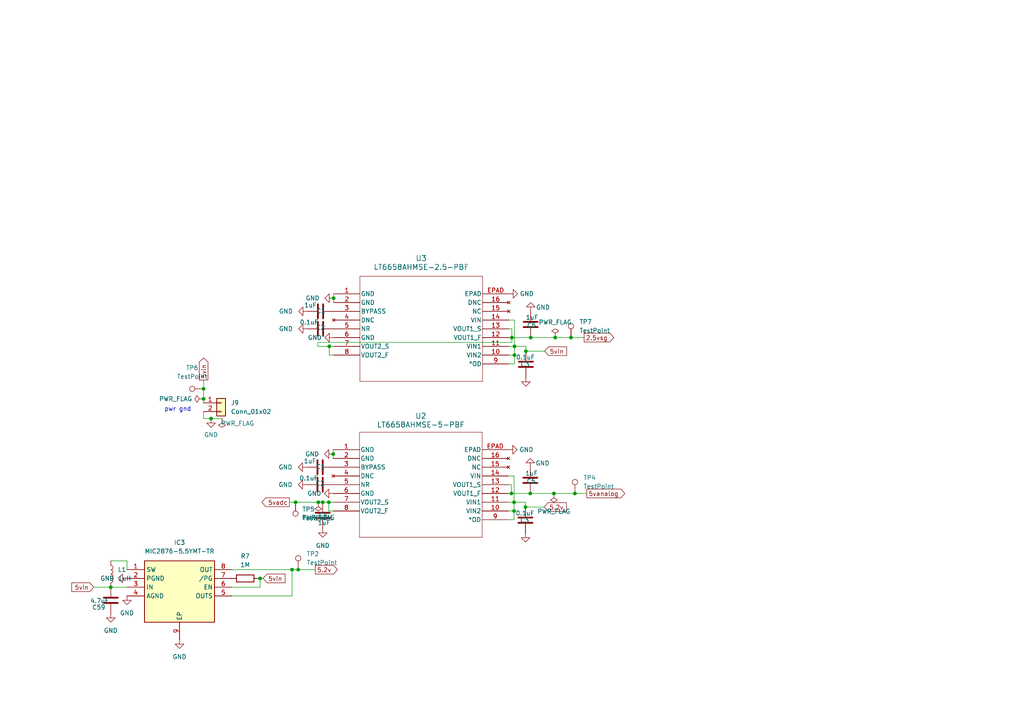
<source format=kicad_sch>
(kicad_sch (version 20230121) (generator eeschema)
  (paper "A4")
  (lib_symbols
    (symbol "Connector:TestPoint" (pin_numbers hide) (pin_names (offset 0.762) hide)
      (property "Reference" "TP" (at 0 6.858 0))
      (property "Value" "TestPoint" (at 0 5.08 0))
      (symbol "TestPoint_0_1"
        (circle (center 0 3.302) (radius 0.762))
      )
      (symbol "TestPoint_1_1"
        (pin passive line (at 0 0 90) (length 2.54) (name "1") (number "1"))
      )
    )
    (symbol "Connector_Generic:Conn_01x02" (pin_names (offset 1.016) hide)
      (property "Reference" "J" (at 0 2.54 0))
      (property "Value" "Conn_01x02" (at 0 -5.08 0))
      (symbol "Conn_01x02_1_1"
        (rectangle (start -1.27 -2.413) (end 0 -2.667) (stroke (width 0.1524)))
        (rectangle (start -1.27 0.127) (end 0 -0.127) (stroke (width 0.1524)))
        (rectangle (start -1.27 1.27) (end 1.27 -3.81) (stroke (width 0.254)) (fill (type background)))
        (pin passive line (at -5.08 0 0) (length 3.81) (name "Pin_1") (number "1"))
        (pin passive line (at -5.08 -2.54 0) (length 3.81) (name "Pin_2") (number "2"))
      )
    )
    (symbol "Device:C" (pin_numbers hide) (pin_names (offset 0.254))
      (property "Reference" "C" (at 0.635 2.54 0))
      (property "Value" "C" (at 0.635 -2.54 0))
      (symbol "C_0_1"
        (polyline (pts (xy -2.032 -0.762) (xy 2.032 -0.762)) (stroke (width 0.508)))
        (polyline (pts (xy -2.032 0.762) (xy 2.032 0.762)) (stroke (width 0.508)))
      )
      (symbol "C_1_1"
        (pin passive line (at 0 3.81 270) (length 2.794) (name "~") (number "1"))
        (pin passive line (at 0 -3.81 90) (length 2.794) (name "~") (number "2"))
      )
    )
    (symbol "Device:L" (pin_numbers hide) (pin_names (offset 1.016) hide)
      (property "Reference" "L" (at -1.27 0 90))
      (property "Value" "L" (at 1.905 0 90))
      (symbol "L_0_1"
        (arc (start 0 -2.54) (mid 0.6323 -1.905) (end 0 -1.27))
        (arc (start 0 -1.27) (mid 0.6323 -0.635) (end 0 0))
        (arc (start 0 0) (mid 0.6323 0.635) (end 0 1.27))
        (arc (start 0 1.27) (mid 0.6323 1.905) (end 0 2.54))
      )
      (symbol "L_1_1"
        (pin passive line (at 0 3.81 270) (length 1.27) (name "1") (number "1"))
        (pin passive line (at 0 -3.81 90) (length 1.27) (name "2") (number "2"))
      )
    )
    (symbol "Device:R" (pin_numbers hide) (pin_names (offset 0))
      (property "Reference" "R" (at 2.032 0 90))
      (property "Value" "R" (at 0 0 90))
      (symbol "R_0_1"
        (rectangle (start -1.016 -2.54) (end 1.016 2.54) (stroke (width 0.254)))
      )
      (symbol "R_1_1"
        (pin passive line (at 0 3.81 270) (length 1.27) (name "~") (number "1"))
        (pin passive line (at 0 -3.81 90) (length 1.27) (name "~") (number "2"))
      )
    )
    (symbol "mainbox:LT6658AHMSE-2.5-PBF" (pin_names (offset 0.254))
      (property "Reference" "U" (at 25.4 10.16 0))
      (property "Value" "LT6658AHMSE-2.5-PBF" (at 25.4 7.62 0))
      (symbol "LT6658AHMSE-2.5-PBF_0_1"
        (polyline (pts (xy 7.62 -25.4) (xy 43.18 -25.4)) (stroke (width 0.127)))
        (polyline (pts (xy 7.62 5.08) (xy 7.62 -25.4)) (stroke (width 0.127)))
        (polyline (pts (xy 43.18 -25.4) (xy 43.18 5.08)) (stroke (width 0.127)))
        (polyline (pts (xy 43.18 5.08) (xy 7.62 5.08)) (stroke (width 0.127)))
        (pin power_in line (at 0 0 0) (length 7.62) (name "GND") (number "1"))
        (pin input line (at 50.8 -17.78 180) (length 7.62) (name "VIN2") (number "10"))
        (pin input line (at 50.8 -15.24 180) (length 7.62) (name "VIN1") (number "11"))
        (pin output line (at 50.8 -12.7 180) (length 7.62) (name "VOUT1_F") (number "12"))
        (pin output line (at 50.8 -10.16 180) (length 7.62) (name "VOUT1_S") (number "13"))
        (pin input line (at 50.8 -7.62 180) (length 7.62) (name "VIN") (number "14"))
        (pin no_connect line (at 50.8 -5.08 180) (length 7.62) (name "NC") (number "15"))
        (pin no_connect line (at 50.8 -2.54 180) (length 7.62) (name "DNC") (number "16"))
        (pin power_in line (at 0 -2.54 0) (length 7.62) (name "GND") (number "2"))
        (pin unspecified line (at 0 -5.08 0) (length 7.62) (name "BYPASS") (number "3"))
        (pin no_connect line (at 0 -7.62 0) (length 7.62) (name "DNC") (number "4"))
        (pin unspecified line (at 0 -10.16 0) (length 7.62) (name "NR") (number "5"))
        (pin power_in line (at 0 -12.7 0) (length 7.62) (name "GND") (number "6"))
        (pin output line (at 0 -15.24 0) (length 7.62) (name "VOUT2_S") (number "7"))
        (pin output line (at 0 -17.78 0) (length 7.62) (name "VOUT2_F") (number "8"))
        (pin output line (at 50.8 -20.32 180) (length 7.62) (name "*OD") (number "9"))
        (pin unspecified line (at 50.8 0 180) (length 7.62) (name "EPAD") (number "EPAD"))
      )
    )
    (symbol "mainbox:LT6658AHMSE-5-PBF" (pin_names (offset 0.254))
      (property "Reference" "U" (at 25.4 10.16 0))
      (property "Value" "LT6658AHMSE-5-PBF" (at 25.4 7.62 0))
      (symbol "LT6658AHMSE-5-PBF_0_1"
        (polyline (pts (xy 7.62 -25.4) (xy 43.18 -25.4)) (stroke (width 0.127)))
        (polyline (pts (xy 7.62 5.08) (xy 7.62 -25.4)) (stroke (width 0.127)))
        (polyline (pts (xy 43.18 -25.4) (xy 43.18 5.08)) (stroke (width 0.127)))
        (polyline (pts (xy 43.18 5.08) (xy 7.62 5.08)) (stroke (width 0.127)))
        (pin power_in line (at 0 0 0) (length 7.62) (name "GND") (number "1"))
        (pin input line (at 50.8 -17.78 180) (length 7.62) (name "VIN2") (number "10"))
        (pin input line (at 50.8 -15.24 180) (length 7.62) (name "VIN1") (number "11"))
        (pin output line (at 50.8 -12.7 180) (length 7.62) (name "VOUT1_F") (number "12"))
        (pin output line (at 50.8 -10.16 180) (length 7.62) (name "VOUT1_S") (number "13"))
        (pin input line (at 50.8 -7.62 180) (length 7.62) (name "VIN") (number "14"))
        (pin no_connect line (at 50.8 -5.08 180) (length 7.62) (name "NC") (number "15"))
        (pin no_connect line (at 50.8 -2.54 180) (length 7.62) (name "DNC") (number "16"))
        (pin power_in line (at 0 -2.54 0) (length 7.62) (name "GND") (number "2"))
        (pin unspecified line (at 0 -5.08 0) (length 7.62) (name "BYPASS") (number "3"))
        (pin no_connect line (at 0 -7.62 0) (length 7.62) (name "DNC") (number "4"))
        (pin unspecified line (at 0 -10.16 0) (length 7.62) (name "NR") (number "5"))
        (pin power_in line (at 0 -12.7 0) (length 7.62) (name "GND") (number "6"))
        (pin output line (at 0 -15.24 0) (length 7.62) (name "VOUT2_S") (number "7"))
        (pin output line (at 0 -17.78 0) (length 7.62) (name "VOUT2_F") (number "8"))
        (pin output line (at 50.8 -20.32 180) (length 7.62) (name "*OD") (number "9"))
        (pin unspecified line (at 50.8 0 180) (length 7.62) (name "EPAD") (number "EPAD"))
      )
    )
    (symbol "mainbox:MIC2876-5.5YMT-TR"
      (property "Reference" "IC" (at 26.67 7.62 0))
      (property "Value" "MIC2876-5.5YMT-TR" (at 26.67 5.08 0))
      (symbol "MIC2876-5.5YMT-TR_1_1"
        (rectangle (start 5.08 2.54) (end 25.4 -15.24) (stroke (width 0.254)) (fill (type background)))
        (pin passive line (at 0 0 0) (length 5.08) (name "SW") (number "1"))
        (pin passive line (at 0 -2.54 0) (length 5.08) (name "PGND") (number "2"))
        (pin passive line (at 0 -5.08 0) (length 5.08) (name "IN") (number "3"))
        (pin passive line (at 0 -7.62 0) (length 5.08) (name "AGND") (number "4"))
        (pin passive line (at 30.48 -7.62 180) (length 5.08) (name "OUTS") (number "5"))
        (pin passive line (at 30.48 -5.08 180) (length 5.08) (name "EN") (number "6"))
        (pin passive line (at 30.48 -2.54 180) (length 5.08) (name "/PG") (number "7"))
        (pin passive line (at 30.48 0 180) (length 5.08) (name "OUT") (number "8"))
        (pin passive line (at 15.24 -20.32 90) (length 5.08) (name "EP") (number "9"))
      )
    )
    (symbol "power:GND" (power) (pin_names (offset 0))
      (property "Value" "GND" (at 0 -3.81 0))
      (symbol "GND_0_1"
        (polyline (pts (xy 0 0) (xy 0 -1.27) (xy 1.27 -1.27) (xy 0 -2.54) (xy -1.27 -1.27) (xy 0 -1.27)))
      )
      (symbol "GND_1_1"
        (pin power_in line (at 0 0 270) (length 0) hide (name "GND") (number "1"))
      )
    )
    (symbol "power:PWR_FLAG" (power) (pin_numbers hide) (pin_names (offset 0) hide)
      (property "Value" "PWR_FLAG" (at 0 3.81 0))
      (symbol "PWR_FLAG_0_0"
        (pin power_out line (at 0 0 90) (length 0) (name "pwr") (number "1"))
      )
      (symbol "PWR_FLAG_0_1"
        (polyline (pts (xy 0 0) (xy 0 1.27) (xy -1.016 1.905) (xy 0 2.54) (xy 1.016 1.905) (xy 0 1.27)))
      )
    )
  )
  (junction (at 32.131 170.307))
  (junction (at 93.599 145.669))
  (junction (at 59.055 112.776))
  (junction (at 95.377 145.669))
  (junction (at 160.655 143.129))
  (junction (at 149.225 102.997))
  (junction (at 152.4 147.066))
  (junction (at 166.751 143.129))
  (junction (at 152.527 101.854))
  (junction (at 84.709 165.227))
  (junction (at 85.725 145.669))
  (junction (at 161.036 97.917))
  (junction (at 149.098 148.209))
  (junction (at 148.463 97.917))
  (junction (at 153.924 97.917))
  (junction (at 149.225 100.457))
  (junction (at 165.608 97.917))
  (junction (at 148.336 143.129))
  (junction (at 149.098 145.669))
  (junction (at 59.055 115.697))
  (junction (at 61.214 121.412))
  (junction (at 96.774 86.487))
  (junction (at 153.797 143.129))
  (junction (at 86.487 165.227))
  (junction (at 96.647 131.699))
  (junction (at 92.329 145.669))
  (junction (at 75.438 167.767))
  (junction (at 95.504 100.457))
  (wire (pts (xy 86.487 165.227) (xy 91.44 165.227)))
  (wire (pts (xy 149.098 138.049) (xy 147.447 138.049)))
  (wire (pts (xy 59.055 112.776) (xy 59.055 115.697)))
  (wire (pts (xy 149.225 100.457) (xy 147.574 100.457)))
  (wire (pts (xy 67.31 165.227) (xy 84.709 165.227)))
  (wire (pts (xy 149.225 92.837) (xy 147.574 92.837)))
  (wire (pts (xy 96.774 102.997) (xy 95.504 102.997)))
  (wire (pts (xy 84.709 165.227) (xy 86.487 165.227)))
  (wire (pts (xy 96.774 86.487) (xy 96.774 87.757)))
  (wire (pts (xy 147.447 140.589) (xy 148.336 140.589)))
  (wire (pts (xy 160.655 143.129) (xy 166.751 143.129)))
  (wire (pts (xy 149.098 145.669) (xy 152.4 145.669)))
  (wire (pts (xy 75.438 170.307) (xy 67.31 170.307)))
  (wire (pts (xy 96.774 85.217) (xy 96.774 86.487)))
  (wire (pts (xy 75.438 167.767) (xy 75.438 170.307)))
  (wire (pts (xy 148.463 99.314) (xy 148.463 97.917)))
  (wire (pts (xy 32.131 170.307) (xy 36.83 170.307)))
  (wire (pts (xy 83.947 145.669) (xy 85.725 145.669)))
  (wire (pts (xy 149.225 105.537) (xy 149.225 102.997)))
  (wire (pts (xy 75.438 167.767) (xy 74.93 167.767)))
  (wire (pts (xy 59.055 121.412) (xy 61.214 121.412)))
  (wire (pts (xy 147.447 143.129) (xy 148.336 143.129)))
  (wire (pts (xy 149.098 148.209) (xy 149.098 145.669)))
  (wire (pts (xy 153.797 143.129) (xy 160.655 143.129)))
  (wire (pts (xy 148.336 143.129) (xy 153.797 143.129)))
  (wire (pts (xy 96.647 148.209) (xy 95.377 148.209)))
  (wire (pts (xy 148.463 95.377) (xy 148.463 97.917)))
  (wire (pts (xy 61.214 121.412) (xy 64.389 121.412)))
  (wire (pts (xy 161.036 97.917) (xy 165.608 97.917)))
  (wire (pts (xy 147.574 97.917) (xy 148.463 97.917)))
  (wire (pts (xy 95.377 148.209) (xy 95.377 145.669)))
  (wire (pts (xy 149.098 148.209) (xy 147.447 148.209)))
  (wire (pts (xy 152.527 100.457) (xy 152.527 101.854)))
  (wire (pts (xy 92.329 145.669) (xy 93.599 145.669)))
  (wire (pts (xy 84.709 172.847) (xy 67.31 172.847)))
  (wire (pts (xy 95.377 145.669) (xy 96.647 145.669)))
  (wire (pts (xy 59.055 110.236) (xy 59.055 112.776)))
  (wire (pts (xy 148.336 140.589) (xy 148.336 143.129)))
  (wire (pts (xy 95.504 102.997) (xy 95.504 100.457)))
  (wire (pts (xy 149.225 105.537) (xy 147.574 105.537)))
  (wire (pts (xy 92.202 100.457) (xy 95.504 100.457)))
  (wire (pts (xy 92.202 100.457) (xy 92.202 99.314)))
  (wire (pts (xy 95.504 100.457) (xy 96.774 100.457)))
  (wire (pts (xy 85.725 145.669) (xy 92.329 145.669)))
  (wire (pts (xy 96.647 130.429) (xy 96.647 131.699)))
  (wire (pts (xy 149.225 100.457) (xy 152.527 100.457)))
  (wire (pts (xy 76.327 167.767) (xy 75.438 167.767)))
  (wire (pts (xy 147.574 95.377) (xy 148.463 95.377)))
  (wire (pts (xy 149.098 150.749) (xy 147.447 150.749)))
  (wire (pts (xy 153.924 97.917) (xy 161.036 97.917)))
  (wire (pts (xy 149.098 145.669) (xy 147.447 145.669)))
  (wire (pts (xy 149.225 100.457) (xy 149.225 92.837)))
  (wire (pts (xy 152.4 147.066) (xy 157.861 147.066)))
  (wire (pts (xy 165.608 97.917) (xy 169.418 97.917)))
  (wire (pts (xy 149.098 150.749) (xy 149.098 148.209)))
  (wire (pts (xy 59.055 115.697) (xy 59.055 116.84)))
  (wire (pts (xy 36.83 165.227) (xy 36.83 162.687)))
  (wire (pts (xy 93.599 145.669) (xy 95.377 145.669)))
  (wire (pts (xy 84.709 165.227) (xy 84.709 172.847)))
  (wire (pts (xy 92.202 99.314) (xy 148.463 99.314)))
  (wire (pts (xy 36.83 162.687) (xy 32.131 162.687)))
  (wire (pts (xy 96.647 131.699) (xy 96.647 132.969)))
  (wire (pts (xy 149.098 145.669) (xy 149.098 138.049)))
  (wire (pts (xy 149.225 102.997) (xy 147.574 102.997)))
  (wire (pts (xy 27.178 170.307) (xy 32.131 170.307)))
  (wire (pts (xy 149.225 102.997) (xy 149.225 100.457)))
  (wire (pts (xy 59.055 121.412) (xy 59.055 119.38)))
  (wire (pts (xy 152.527 101.854) (xy 157.988 101.854)))
  (wire (pts (xy 152.4 145.669) (xy 152.4 147.066)))
  (wire (pts (xy 166.751 143.129) (xy 170.18 143.129)))
  (wire (pts (xy 148.463 97.917) (xy 153.924 97.917)))
  (text "pwr gnd\n" (at 47.625 119.507 0) (effects (font (size 1.27 1.27)) (justify left bottom)))
  (global_label "5vin" (shape input) (at 157.988 101.854 0) (property "Intersheetrefs" "${INTERSHEET_REFS}" (effects hide)))
  (global_label "5.2v" (shape output) (at 91.44 165.227 0) (property "Intersheetrefs" "${INTERSHEET_REFS}" (effects hide)))
  (global_label "5vin" (shape input) (at 27.178 170.307 180) (property "Intersheetrefs" "${INTERSHEET_REFS}" (effects hide)))
  (global_label "5vin" (shape input) (at 76.327 167.767 0) (property "Intersheetrefs" "${INTERSHEET_REFS}" (effects hide)))
  (global_label "5vadc" (shape output) (at 83.947 145.669 180) (property "Intersheetrefs" "${INTERSHEET_REFS}" (effects hide)))
  (global_label "5vanalog" (shape output) (at 170.18 143.129 0) (property "Intersheetrefs" "${INTERSHEET_REFS}" (effects hide)))
  (global_label "5vin" (shape output) (at 59.055 110.236 90) (property "Intersheetrefs" "${INTERSHEET_REFS}" (effects hide)))
  (global_label "5.2v" (shape input) (at 157.861 147.066 0) (property "Intersheetrefs" "${INTERSHEET_REFS}" (effects hide)))
  (global_label "2.5vsg" (shape output) (at 169.418 97.917 0) (property "Intersheetrefs" "${INTERSHEET_REFS}" (effects hide)))
  (symbol (lib_id "power:GND") (at 93.599 153.289 0) (unit 1)
    (property "Reference" "#PWR08" (effects hide))
    (property "Value" "GND" (at 93.599 158.242 0))
    (instances (project "mainbox_baclup" (path "" (reference "#PWR08") (unit 1)) (path "" (reference "#PWR063") (unit 1))))
  )
  (symbol (lib_id "power:GND") (at 89.154 95.377 270) (unit 1)
    (property "Reference" "#PWR04" (effects hide))
    (property "Value" "GND" (at 84.963 95.377 90) (effects (justify right)))
    (instances (project "mainbox_baclup" (path "" (reference "#PWR04") (unit 1)) (path "" (reference "#PWR054") (unit 1))))
  )
  (symbol (lib_id "power:GND") (at 96.774 86.487 270) (unit 1)
    (property "Reference" "#PWR01" (effects hide))
    (property "Value" "GND" (at 92.71 86.487 90) (effects (justify right)))
    (instances (project "mainbox_baclup" (path "" (reference "#PWR01") (unit 1)) (path "" (reference "#PWR060") (unit 1))))
  )
  (symbol (lib_id "power:GND") (at 61.214 121.412 0) (unit 1)
    (property "Reference" "#PWR01" (effects hide))
    (property "Value" "GND" (at 61.214 126.111 0))
    (instances (project "mainbox_baclup" (path "" (reference "#PWR01") (unit 1)) (path "" (reference "#PWR052") (unit 1))))
  )
  (symbol (lib_id "mainbox:LT6658AHMSE-5-PBF") (at 96.647 130.429 0) (unit 1)
    (property "Reference" "U2" (at 122.047 120.65 0) (effects (font (size 1.524 1.524))))
    (property "Value" "LT6658AHMSE-5-PBF" (at 122.047 123.19 0) (effects (font (size 1.524 1.524))))
    (property "Footprint" "mainboxfp:MSE_16_ADI" (effects hide))
    (property "Datasheet" "LT6658AHMSE-5-PBF" (effects hide))
    (instances (project "mainbox_baclup" (path "" (reference "U2") (unit 1)) (path "" (reference "U8") (unit 1))))
  )
  (symbol (lib_id "power:PWR_FLAG") (at 64.389 121.412 180) (unit 1)
    (property "Reference" "#FLG01" (effects hide))
    (property "Value" "PWR_FLAG" (at 68.961 122.809 0))
    (instances (project "mainbox_baclup" (path "" (reference "#FLG01") (unit 1)) (path "" (reference "#FLG04") (unit 1))))
  )
  (symbol (lib_id "Device:L") (at 32.131 166.497 0) (unit 1)
    (property "Reference" "L1" (at 34.163 165.227 0) (effects (justify left)))
    (property "Value" "1uH" (at 34.163 167.767 0) (effects (justify left)))
    (property "Footprint" "Inductor_SMD:L_0805_2012Metric" (effects hide))
  )
  (symbol (lib_id "power:GND") (at 96.774 97.917 270) (unit 1)
    (property "Reference" "#PWR02" (effects hide))
    (property "Value" "GND" (at 93.345 97.917 90) (effects (justify right)))
    (instances (project "mainbox_baclup" (path "" (reference "#PWR02") (unit 1)) (path "" (reference "#PWR056") (unit 1))))
  )
  (symbol (lib_id "Device:C") (at 153.797 139.319 180) (unit 1)
    (property "Reference" "C5" (at 154.051 139.573 0))
    (property "Value" "1uF" (at 154.178 137.287 0))
    (property "Footprint" "Capacitor_SMD:C_0603_1608Metric" (effects hide))
    (instances (project "mainbox_baclup" (path "" (reference "C5") (unit 1)) (path "" (reference "C47") (unit 1))))
  )
  (symbol (lib_id "Device:R") (at 71.12 167.767 90) (unit 1)
    (property "Reference" "R7" (at 71.12 161.29 90))
    (property "Value" "1M" (at 71.12 163.83 90))
    (property "Footprint" "Resistor_SMD:R_0603_1608Metric" (effects hide))
  )
  (symbol (lib_id "power:GND") (at 147.447 130.429 90) (unit 1)
    (property "Reference" "#PWR06" (effects hide))
    (property "Value" "GND" (at 150.622 130.429 90) (effects (justify right)))
    (instances (project "mainbox_baclup" (path "" (reference "#PWR06") (unit 1)) (path "" (reference "#PWR066") (unit 1))))
  )
  (symbol (lib_id "power:GND") (at 89.154 90.297 270) (unit 1)
    (property "Reference" "#PWR03" (effects hide))
    (property "Value" "GND" (at 84.963 90.297 90) (effects (justify right)))
    (instances (project "mainbox_baclup" (path "" (reference "#PWR03") (unit 1)) (path "" (reference "#PWR053") (unit 1))))
  )
  (symbol (lib_id "power:GND") (at 153.924 90.297 180) (unit 1)
    (property "Reference" "#PWR09" (effects hide))
    (property "Value" "GND" (at 157.48 89.154 0))
    (instances (project "mainbox_baclup" (path "" (reference "#PWR09") (unit 1)) (path "" (reference "#PWR059") (unit 1))))
  )
  (symbol (lib_id "mainbox:LT6658AHMSE-2.5-PBF") (at 96.774 85.217 0) (unit 1)
    (property "Reference" "U3" (at 122.174 74.93 0) (effects (font (size 1.524 1.524))))
    (property "Value" "LT6658AHMSE-2.5-PBF" (at 122.174 77.47 0) (effects (font (size 1.524 1.524))))
    (property "Footprint" "mainboxfp:MSE_16_ADI" (effects hide))
    (property "Datasheet" "LT6658AHMSE-2.5-PBF" (effects hide))
  )
  (symbol (lib_id "Device:C") (at 92.964 90.297 270) (unit 1)
    (property "Reference" "C1" (at 93.091 90.17 90))
    (property "Value" "1uF" (at 90.043 88.519 90))
    (property "Footprint" "Capacitor_SMD:C_0603_1608Metric" (effects hide))
    (instances (project "mainbox_baclup" (path "" (reference "C1") (unit 1)) (path "" (reference "C38") (unit 1))))
  )
  (symbol (lib_id "power:PWR_FLAG") (at 59.055 115.697 90) (unit 1)
    (property "Reference" "#FLG02" (effects hide))
    (property "Value" "PWR_FLAG" (at 55.753 115.697 90) (effects (justify left)))
    (instances (project "mainbox_baclup" (path "" (reference "#FLG02") (unit 1)) (path "" (reference "#FLG03") (unit 1))))
  )
  (symbol (lib_id "Device:C") (at 32.131 174.117 180) (unit 1)
    (property "Reference" "C59" (at 30.607 176.149 0) (effects (justify left)))
    (property "Value" "4.7uF" (at 31.623 174.244 0) (effects (justify left)))
    (property "Footprint" "Capacitor_SMD:C_0603_1608Metric" (effects hide))
    (instances (project "mainbox_baclup" (path "" (reference "C59") (unit 1)) (path "" (reference "C63") (unit 1))) (project "Magnetic" (path "" (reference "C3") (unit 1))) (project "rearbox" (path "" (reference "C9") (unit 1)) (path "" (reference "C11") (unit 1))))
  )
  (symbol (lib_id "Device:C") (at 93.599 149.479 0) (unit 1)
    (property "Reference" "C4" (at 93.726 149.352 0))
    (property "Value" "1uF" (at 93.98 151.638 0))
    (property "Footprint" "Capacitor_SMD:C_0603_1608Metric" (effects hide))
    (instances (project "mainbox_baclup" (path "" (reference "C4") (unit 1)) (path "" (reference "C45") (unit 1))))
  )
  (symbol (lib_id "Connector:TestPoint") (at 166.751 143.129 0) (unit 1)
    (property "Reference" "TP4" (at 169.164 138.557 0) (effects (justify left)))
    (property "Value" "TestPoint" (at 169.164 141.097 0) (effects (justify left)))
    (property "Footprint" "TestPoint:TestPoint_Pad_1.5x1.5mm" (effects hide))
  )
  (symbol (lib_id "power:GND") (at 52.07 185.547 0) (unit 1)
    (property "Reference" "#PWR02" (effects hide))
    (property "Value" "GND" (at 52.07 190.5 0))
    (instances (project "rearbox_peripheral_io_bottom" (path "" (reference "#PWR02") (unit 1))) (project "mainbox_baclup" (path "" (reference "#PWR070") (unit 1))) (project "rearbox" (path "" (reference "#PWR017") (unit 1)) (path "" (reference "#PWR020") (unit 1))) (project "peripheral_io_right_eth" (path "" (reference "#PWR01") (unit 1))))
  )
  (symbol (lib_id "power:GND") (at 89.027 140.589 270) (unit 1)
    (property "Reference" "#PWR04" (effects hide))
    (property "Value" "GND" (at 84.836 140.589 90) (effects (justify right)))
    (instances (project "mainbox_baclup" (path "" (reference "#PWR04") (unit 1)) (path "" (reference "#PWR062") (unit 1))))
  )
  (symbol (lib_id "Device:C") (at 152.527 105.664 0) (unit 1)
    (property "Reference" "C3" (at 152.273 105.664 0))
    (property "Value" "0.1uF" (at 152.4 103.632 0))
    (property "Footprint" "Capacitor_SMD:C_0603_1608Metric" (effects hide))
    (instances (project "mainbox_baclup" (path "" (reference "C3") (unit 1)) (path "" (reference "C41") (unit 1))))
  )
  (symbol (lib_id "power:PWR_FLAG") (at 92.329 145.669 180) (unit 1)
    (property "Reference" "#FLG01" (effects hide))
    (property "Value" "PWR_FLAG" (at 92.329 150.114 0))
    (instances (project "mainbox_baclup" (path "" (reference "#FLG01") (unit 1)) (path "" (reference "#FLG02") (unit 1))))
  )
  (symbol (lib_id "power:GND") (at 96.647 131.699 270) (unit 1)
    (property "Reference" "#PWR01" (effects hide))
    (property "Value" "GND" (at 92.583 131.699 90) (effects (justify right)))
    (instances (project "mainbox_baclup" (path "" (reference "#PWR01") (unit 1)) (path "" (reference "#PWR064") (unit 1))))
  )
  (symbol (lib_id "power:GND") (at 32.131 177.927 0) (unit 1)
    (property "Reference" "#PWR02" (effects hide))
    (property "Value" "GND" (at 32.131 182.88 0))
    (instances (project "rearbox_peripheral_io_bottom" (path "" (reference "#PWR02") (unit 1))) (project "mainbox_baclup" (path "" (reference "#PWR050") (unit 1))) (project "rearbox" (path "" (reference "#PWR017") (unit 1)) (path "" (reference "#PWR020") (unit 1))) (project "peripheral_io_right_eth" (path "" (reference "#PWR01") (unit 1))))
  )
  (symbol (lib_id "Device:C") (at 92.837 140.589 270) (unit 1)
    (property "Reference" "C2" (at 92.837 140.208 90))
    (property "Value" "0.1uF" (at 89.535 138.684 90))
    (property "Footprint" "Capacitor_SMD:C_0603_1608Metric" (effects hide))
    (instances (project "mainbox_baclup" (path "" (reference "C2") (unit 1)) (path "" (reference "C44") (unit 1))))
  )
  (symbol (lib_id "Connector:TestPoint") (at 165.608 97.917 0) (unit 1)
    (property "Reference" "TP7" (at 168.021 93.345 0) (effects (justify left)))
    (property "Value" "TestPoint" (at 168.021 95.885 0) (effects (justify left)))
    (property "Footprint" "TestPoint:TestPoint_Pad_1.5x1.5mm" (effects hide))
  )
  (symbol (lib_id "power:GND") (at 89.027 135.509 270) (unit 1)
    (property "Reference" "#PWR03" (effects hide))
    (property "Value" "GND" (at 84.836 135.509 90) (effects (justify right)))
    (instances (project "mainbox_baclup" (path "" (reference "#PWR03") (unit 1)) (path "" (reference "#PWR061") (unit 1))))
  )
  (symbol (lib_id "Connector_Generic:Conn_01x02") (at 64.135 116.84 0) (unit 1)
    (property "Reference" "J9" (at 66.929 116.84 0) (effects (justify left)))
    (property "Value" "Conn_01x02" (at 66.929 119.38 0) (effects (justify left)))
    (property "Footprint" "peripheralio:SMD_picoblade_hori_1x02" (effects hide))
    (instances (project "mainbox_baclup" (path "" (reference "J9") (unit 1)) (path "" (reference "J21") (unit 1))))
  )
  (symbol (lib_id "Device:C") (at 92.837 135.509 270) (unit 1)
    (property "Reference" "C1" (at 92.964 135.382 90))
    (property "Value" "1uF" (at 89.916 133.731 90))
    (property "Footprint" "Capacitor_SMD:C_0603_1608Metric" (effects hide))
    (instances (project "mainbox_baclup" (path "" (reference "C1") (unit 1)) (path "" (reference "C43") (unit 1))))
  )
  (symbol (lib_id "power:GND") (at 153.797 135.509 180) (unit 1)
    (property "Reference" "#PWR09" (effects hide))
    (property "Value" "GND" (at 157.353 134.366 0))
    (instances (project "mainbox_baclup" (path "" (reference "#PWR09") (unit 1)) (path "" (reference "#PWR068") (unit 1))))
  )
  (symbol (lib_id "Device:C") (at 153.924 94.107 180) (unit 1)
    (property "Reference" "C5" (at 154.178 94.361 0))
    (property "Value" "1uF" (at 154.305 92.075 0))
    (property "Footprint" "Capacitor_SMD:C_0603_1608Metric" (effects hide))
    (instances (project "mainbox_baclup" (path "" (reference "C5") (unit 1)) (path "" (reference "C42") (unit 1))))
  )
  (symbol (lib_id "power:GND") (at 152.4 154.686 0) (unit 1)
    (property "Reference" "#PWR05" (effects hide))
    (property "Value" "GND" (effects hide))
    (instances (project "mainbox_baclup" (path "" (reference "#PWR05") (unit 1)) (path "" (reference "#PWR067") (unit 1))))
  )
  (symbol (lib_id "Connector:TestPoint") (at 86.487 165.227 0) (unit 1)
    (property "Reference" "TP2" (at 88.9 160.655 0) (effects (justify left)))
    (property "Value" "TestPoint" (at 88.9 163.195 0) (effects (justify left)))
    (property "Footprint" "TestPoint:TestPoint_Pad_1.5x1.5mm" (effects hide))
  )
  (symbol (lib_id "power:GND") (at 36.83 167.767 270) (unit 1)
    (property "Reference" "#PWR02" (effects hide))
    (property "Value" "GND" (at 33.147 167.767 90) (effects (justify right)))
    (instances (project "rearbox_peripheral_io_bottom" (path "" (reference "#PWR02") (unit 1))) (project "mainbox_baclup" (path "" (reference "#PWR082") (unit 1))) (project "rearbox" (path "" (reference "#PWR017") (unit 1)) (path "" (reference "#PWR020") (unit 1))) (project "peripheral_io_right_eth" (path "" (reference "#PWR01") (unit 1))))
  )
  (symbol (lib_id "Device:C") (at 152.4 150.876 0) (unit 1)
    (property "Reference" "C3" (at 152.146 150.876 0))
    (property "Value" "0.1uF" (at 152.273 148.844 0))
    (property "Footprint" "Capacitor_SMD:C_0603_1608Metric" (effects hide))
    (instances (project "mainbox_baclup" (path "" (reference "C3") (unit 1)) (path "" (reference "C46") (unit 1))))
  )
  (symbol (lib_id "Device:C") (at 92.964 95.377 270) (unit 1)
    (property "Reference" "C2" (at 92.964 94.996 90))
    (property "Value" "0.1uF" (at 89.662 93.472 90))
    (property "Footprint" "Capacitor_SMD:C_0603_1608Metric" (effects hide))
    (instances (project "mainbox_baclup" (path "" (reference "C2") (unit 1)) (path "" (reference "C39") (unit 1))))
  )
  (symbol (lib_id "power:GND") (at 96.647 143.129 270) (unit 1)
    (property "Reference" "#PWR02" (effects hide))
    (property "Value" "GND" (at 93.218 143.129 90) (effects (justify right)))
    (instances (project "mainbox_baclup" (path "" (reference "#PWR02") (unit 1)) (path "" (reference "#PWR065") (unit 1))))
  )
  (symbol (lib_id "Connector:TestPoint") (at 85.725 145.669 180) (unit 1)
    (property "Reference" "TP5" (at 87.63 147.701 0) (effects (justify right)))
    (property "Value" "TestPoint" (at 87.63 150.241 0) (effects (justify right)))
    (property "Footprint" "TestPoint:TestPoint_Pad_1.5x1.5mm" (effects hide))
  )
  (symbol (lib_id "Connector:TestPoint") (at 59.055 112.776 90) (unit 1)
    (property "Reference" "TP6" (at 55.753 106.68 90))
    (property "Value" "TestPoint" (at 55.753 109.22 90))
    (property "Footprint" "TestPoint:TestPoint_Pad_1.5x1.5mm" (effects hide))
  )
  (symbol (lib_id "power:PWR_FLAG") (at 161.036 97.917 0) (unit 1)
    (property "Reference" "#FLG01" (effects hide))
    (property "Value" "PWR_FLAG" (at 161.036 93.472 0))
    (instances (project "mainbox_baclup" (path "" (reference "#FLG01") (unit 1)) (path "" (reference "#FLG05") (unit 1))))
  )
  (symbol (lib_id "power:GND") (at 36.83 172.847 0) (unit 1)
    (property "Reference" "#PWR02" (effects hide))
    (property "Value" "GND" (at 36.83 177.8 0))
    (instances (project "rearbox_peripheral_io_bottom" (path "" (reference "#PWR02") (unit 1))) (project "mainbox_baclup" (path "" (reference "#PWR081") (unit 1))) (project "rearbox" (path "" (reference "#PWR017") (unit 1)) (path "" (reference "#PWR020") (unit 1))) (project "peripheral_io_right_eth" (path "" (reference "#PWR01") (unit 1))))
  )
  (symbol (lib_id "power:GND") (at 147.574 85.217 90) (unit 1)
    (property "Reference" "#PWR06" (effects hide))
    (property "Value" "GND" (at 150.749 85.217 90) (effects (justify right)))
    (instances (project "mainbox_baclup" (path "" (reference "#PWR06") (unit 1)) (path "" (reference "#PWR057") (unit 1))))
  )
  (symbol (lib_id "power:GND") (at 152.527 109.474 0) (unit 1)
    (property "Reference" "#PWR05" (effects hide))
    (property "Value" "GND" (effects hide))
    (instances (project "mainbox_baclup" (path "" (reference "#PWR05") (unit 1)) (path "" (reference "#PWR058") (unit 1))))
  )
  (symbol (lib_id "mainbox:MIC2876-5.5YMT-TR") (at 36.83 165.227 0) (unit 1)
    (property "Reference" "IC3" (at 52.07 157.353 0))
    (property "Value" "MIC2876-5.5YMT-TR" (at 52.07 159.893 0))
    (property "Footprint" "mainboxfp:SON50P200X200X60-9N-D" (effects hide))
    (property "Datasheet" "http://www.microchip.com/mymicrochip/filehandler.aspx?ddocname=en580787" (effects hide))
    (property "Height" "0.6" (effects hide))
    (property "Mouser Part Number" "998-MIC2876-AYMTT5" (effects hide))
    (property "Mouser Price/Stock" "https://www.mouser.co.uk/ProductDetail/Microchip-Technology-Micrel/MIC2876-AYMT-T5?qs=Y3Q3JoKAO1SruyMlvzsx%2Fw%3D%3D" (effects hide))
    (property "Manufacturer_Name" "Microchip" (effects hide))
    (property "Manufacturer_Part_Number" "MIC2876-AYMT-T5" (effects hide))
  )
  (symbol (lib_id "power:PWR_FLAG") (at 160.655 143.129 180) (unit 1)
    (property "Reference" "#FLG01" (effects hide))
    (property "Value" "PWR_FLAG" (at 160.655 148.336 0))
    (instances (project "mainbox_baclup" (path "" (reference "#FLG01") (unit 1)) (path "" (reference "#FLG06") (unit 1))))
  )
)
</source>
